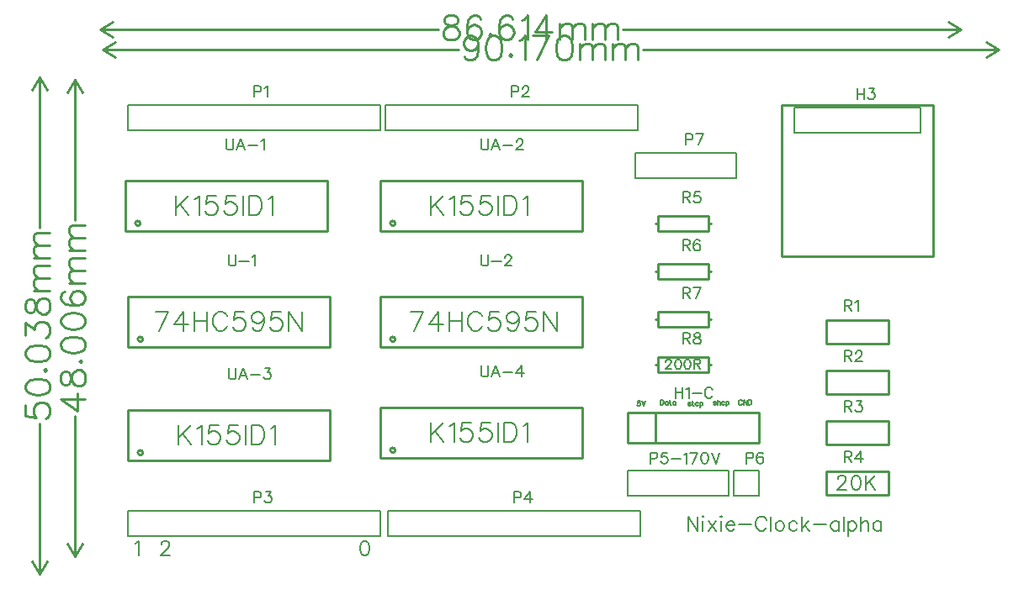
<source format=gto>
G04 ---------------------------- Layer name :TOP SILK LAYER*
G04 EasyEDA v5.8.19, Tue, 23 Oct 2018 04:56:52 GMT*
G04 ff24bd7eb87e4772a3a352ded0ffbd4c*
G04 Gerber Generator version 0.2*
G04 Scale: 100 percent, Rotated: No, Reflected: No *
G04 Dimensions in inches *
G04 leading zeros omitted , absolute positions ,2 integer and 4 decimal *
%FSLAX24Y24*%
%MOIN*%
G90*
G70D02*

%ADD10C,0.010000*%
%ADD20C,0.009000*%
%ADD21C,0.008000*%
%ADD22C,0.007992*%
%ADD23C,0.007000*%

%LPD*%
G54D20*
G01X1000Y13000D02*
G01X9000Y13000D01*
G01X9000Y15000D01*
G01X1000Y15000D01*
G01X1000Y13000D01*
G01X1100Y8400D02*
G01X9100Y8400D01*
G01X9100Y10400D01*
G01X1100Y10400D01*
G01X1100Y8400D01*
G01X11100Y8400D02*
G01X19100Y8400D01*
G01X19100Y10400D01*
G01X11100Y10400D01*
G01X11100Y8400D01*
G01X11100Y4000D02*
G01X19100Y4000D01*
G01X19100Y6000D01*
G01X11100Y6000D01*
G01X11100Y4000D01*
G01X11100Y13000D02*
G01X19100Y13000D01*
G01X19100Y15000D01*
G01X11100Y15000D01*
G01X11100Y13000D01*
G01X1100Y3900D02*
G01X9100Y3900D01*
G01X9100Y5900D01*
G01X1100Y5900D01*
G01X1100Y3900D01*
G54D21*
G01X1850Y18000D02*
G01X1100Y18000D01*
G01X1100Y17000D01*
G01X11100Y17000D01*
G01X11100Y18000D01*
G54D22*
G01X11100Y18000D02*
G01X1850Y18000D01*
G54D21*
G01X12050Y18000D02*
G01X11300Y18000D01*
G01X11300Y17000D01*
G01X21300Y17000D01*
G01X21300Y18000D01*
G54D22*
G01X21300Y18000D02*
G01X12050Y18000D01*
G54D21*
G01X1850Y1900D02*
G01X1100Y1900D01*
G01X1100Y900D01*
G01X11100Y900D01*
G01X11100Y1900D01*
G54D22*
G01X11100Y1900D02*
G01X1850Y1900D01*
G54D21*
G01X12150Y1900D02*
G01X11400Y1900D01*
G01X11400Y900D01*
G01X21400Y900D01*
G01X21400Y1900D01*
G54D22*
G01X21400Y1900D02*
G01X12150Y1900D01*
G54D21*
G01X26100Y2500D02*
G01X25100Y2500D01*
G01X25100Y3500D01*
G01X26100Y3500D01*
G01X26100Y2750D01*
G54D22*
G01X26100Y2500D02*
G01X26100Y2750D01*
G54D10*
G01X22100Y13600D02*
G01X24100Y13600D01*
G01X24100Y13600D02*
G01X24100Y13300D01*
G01X24100Y13300D02*
G01X24100Y13000D01*
G01X24100Y13000D02*
G01X22100Y13000D01*
G01X22100Y13000D02*
G01X22100Y13300D01*
G01X22100Y13300D02*
G01X22100Y13600D01*
G01X24100Y13300D02*
G01X24200Y13300D01*
G01X22100Y13300D02*
G01X22000Y13300D01*
G01X22100Y11700D02*
G01X24100Y11700D01*
G01X24100Y11700D02*
G01X24100Y11400D01*
G01X24100Y11400D02*
G01X24100Y11100D01*
G01X24100Y11100D02*
G01X22100Y11100D01*
G01X22100Y11100D02*
G01X22100Y11400D01*
G01X22100Y11400D02*
G01X22100Y11700D01*
G01X24100Y11400D02*
G01X24200Y11400D01*
G01X22100Y11400D02*
G01X22000Y11400D01*
G01X22100Y9800D02*
G01X24100Y9800D01*
G01X24100Y9800D02*
G01X24100Y9500D01*
G01X24100Y9500D02*
G01X24100Y9200D01*
G01X24100Y9200D02*
G01X22100Y9200D01*
G01X22100Y9200D02*
G01X22100Y9500D01*
G01X22100Y9500D02*
G01X22100Y9800D01*
G01X24100Y9500D02*
G01X24200Y9500D01*
G01X22100Y9500D02*
G01X22000Y9500D01*
G01X22100Y8000D02*
G01X24100Y8000D01*
G01X24100Y8000D02*
G01X24100Y7700D01*
G01X24100Y7700D02*
G01X24100Y7400D01*
G01X24100Y7400D02*
G01X22100Y7400D01*
G01X22100Y7400D02*
G01X22100Y7700D01*
G01X22100Y7700D02*
G01X22100Y8000D01*
G01X24100Y7700D02*
G01X24200Y7700D01*
G01X22100Y7700D02*
G01X22000Y7700D01*
G01X28760Y8530D02*
G01X28760Y9469D01*
G01X28760Y9469D02*
G01X31239Y9469D01*
G01X31239Y9469D02*
G01X31239Y8530D01*
G01X31239Y8530D02*
G01X28760Y8530D01*
G01X28760Y6530D02*
G01X28760Y7469D01*
G01X28760Y7469D02*
G01X31239Y7469D01*
G01X31239Y7469D02*
G01X31239Y6530D01*
G01X31239Y6530D02*
G01X28760Y6530D01*
G01X28760Y4530D02*
G01X28760Y5469D01*
G01X28760Y5469D02*
G01X31239Y5469D01*
G01X31239Y5469D02*
G01X31239Y4530D01*
G01X31239Y4530D02*
G01X28760Y4530D01*
G01X28760Y2530D02*
G01X28760Y3469D01*
G01X28760Y3469D02*
G01X31239Y3469D01*
G01X31239Y3469D02*
G01X31239Y2530D01*
G01X31239Y2530D02*
G01X28760Y2530D01*
G01X20900Y5800D02*
G01X26100Y5800D01*
G01X26100Y4600D01*
G01X20900Y4600D01*
G01X20900Y5800D01*
G01X22000Y5800D02*
G01X22000Y4600D01*
G54D21*
G01X24900Y3500D02*
G01X24900Y2500D01*
G01X20900Y2500D01*
G01X20900Y3500D01*
G01X21650Y3500D01*
G54D22*
G01X24900Y3500D02*
G01X21650Y3500D01*
G54D21*
G01X25200Y16100D02*
G01X25200Y15100D01*
G01X21200Y15100D01*
G01X21200Y16100D01*
G01X21950Y16100D01*
G54D22*
G01X25200Y16100D02*
G01X21950Y16100D01*
G54D21*
G01X28250Y17900D02*
G01X27500Y17900D01*
G01X27500Y16900D01*
G01X32500Y16900D01*
G01X32500Y17900D01*
G54D22*
G01X32500Y17900D02*
G01X28250Y17900D01*
G54D10*
G01X27000Y18000D02*
G01X33000Y18000D01*
G01X33000Y12000D01*
G01X27000Y12000D01*
G01X27000Y18000D01*
G54D23*
G01X5000Y16644D02*
G01X5000Y16338D01*
G01X5019Y16276D01*
G01X5060Y16236D01*
G01X5122Y16215D01*
G01X5164Y16215D01*
G01X5225Y16236D01*
G01X5265Y16276D01*
G01X5285Y16338D01*
G01X5285Y16644D01*
G01X5585Y16644D02*
G01X5421Y16215D01*
G01X5585Y16644D02*
G01X5748Y16215D01*
G01X5482Y16359D02*
G01X5686Y16359D01*
G01X5884Y16400D02*
G01X6252Y16400D01*
G01X6386Y16563D02*
G01X6427Y16584D01*
G01X6489Y16644D01*
G01X6489Y16215D01*
G01X5100Y12044D02*
G01X5100Y11738D01*
G01X5119Y11676D01*
G01X5160Y11636D01*
G01X5222Y11615D01*
G01X5264Y11615D01*
G01X5325Y11636D01*
G01X5365Y11676D01*
G01X5385Y11738D01*
G01X5385Y12044D01*
G01X5521Y11800D02*
G01X5889Y11800D01*
G01X6025Y11963D02*
G01X6064Y11984D01*
G01X6127Y12044D01*
G01X6127Y11615D01*
G01X15100Y12044D02*
G01X15100Y11738D01*
G01X15119Y11676D01*
G01X15160Y11636D01*
G01X15222Y11615D01*
G01X15264Y11615D01*
G01X15325Y11636D01*
G01X15365Y11676D01*
G01X15385Y11738D01*
G01X15385Y12044D01*
G01X15521Y11800D02*
G01X15889Y11800D01*
G01X16044Y11942D02*
G01X16044Y11963D01*
G01X16064Y12005D01*
G01X16085Y12025D01*
G01X16127Y12044D01*
G01X16209Y12044D01*
G01X16250Y12025D01*
G01X16269Y12005D01*
G01X16289Y11963D01*
G01X16289Y11923D01*
G01X16269Y11882D01*
G01X16228Y11819D01*
G01X16025Y11615D01*
G01X16310Y11615D01*
G01X15100Y7644D02*
G01X15100Y7338D01*
G01X15119Y7276D01*
G01X15160Y7236D01*
G01X15222Y7215D01*
G01X15264Y7215D01*
G01X15325Y7236D01*
G01X15365Y7276D01*
G01X15385Y7338D01*
G01X15385Y7644D01*
G01X15685Y7644D02*
G01X15521Y7215D01*
G01X15685Y7644D02*
G01X15848Y7215D01*
G01X15582Y7359D02*
G01X15786Y7359D01*
G01X15984Y7400D02*
G01X16352Y7400D01*
G01X16690Y7644D02*
G01X16486Y7359D01*
G01X16793Y7359D01*
G01X16690Y7644D02*
G01X16690Y7215D01*
G01X15100Y16644D02*
G01X15100Y16338D01*
G01X15119Y16276D01*
G01X15160Y16236D01*
G01X15222Y16215D01*
G01X15264Y16215D01*
G01X15325Y16236D01*
G01X15365Y16276D01*
G01X15385Y16338D01*
G01X15385Y16644D01*
G01X15685Y16644D02*
G01X15521Y16215D01*
G01X15685Y16644D02*
G01X15848Y16215D01*
G01X15582Y16359D02*
G01X15786Y16359D01*
G01X15984Y16400D02*
G01X16352Y16400D01*
G01X16506Y16542D02*
G01X16506Y16563D01*
G01X16527Y16605D01*
G01X16547Y16625D01*
G01X16589Y16644D01*
G01X16671Y16644D01*
G01X16711Y16625D01*
G01X16731Y16605D01*
G01X16752Y16563D01*
G01X16752Y16523D01*
G01X16731Y16482D01*
G01X16690Y16419D01*
G01X16486Y16215D01*
G01X16772Y16215D01*
G01X5100Y7544D02*
G01X5100Y7238D01*
G01X5119Y7176D01*
G01X5160Y7136D01*
G01X5222Y7115D01*
G01X5264Y7115D01*
G01X5325Y7136D01*
G01X5365Y7176D01*
G01X5385Y7238D01*
G01X5385Y7544D01*
G01X5685Y7544D02*
G01X5521Y7115D01*
G01X5685Y7544D02*
G01X5848Y7115D01*
G01X5582Y7259D02*
G01X5786Y7259D01*
G01X5984Y7300D02*
G01X6352Y7300D01*
G01X6527Y7544D02*
G01X6752Y7544D01*
G01X6630Y7382D01*
G01X6690Y7382D01*
G01X6731Y7361D01*
G01X6752Y7340D01*
G01X6772Y7280D01*
G01X6772Y7238D01*
G01X6752Y7176D01*
G01X6711Y7136D01*
G01X6650Y7115D01*
G01X6589Y7115D01*
G01X6527Y7136D01*
G01X6506Y7157D01*
G01X6486Y7198D01*
G01X6100Y18744D02*
G01X6100Y18315D01*
G01X6100Y18744D02*
G01X6284Y18744D01*
G01X6344Y18725D01*
G01X6365Y18705D01*
G01X6385Y18663D01*
G01X6385Y18602D01*
G01X6365Y18561D01*
G01X6344Y18540D01*
G01X6284Y18519D01*
G01X6100Y18519D01*
G01X6521Y18663D02*
G01X6561Y18684D01*
G01X6623Y18744D01*
G01X6623Y18315D01*
G01X16300Y18744D02*
G01X16300Y18315D01*
G01X16300Y18744D02*
G01X16484Y18744D01*
G01X16544Y18725D01*
G01X16565Y18705D01*
G01X16585Y18663D01*
G01X16585Y18602D01*
G01X16565Y18561D01*
G01X16544Y18540D01*
G01X16484Y18519D01*
G01X16300Y18519D01*
G01X16742Y18642D02*
G01X16742Y18663D01*
G01X16761Y18705D01*
G01X16782Y18725D01*
G01X16823Y18744D01*
G01X16905Y18744D01*
G01X16946Y18725D01*
G01X16967Y18705D01*
G01X16986Y18663D01*
G01X16986Y18623D01*
G01X16967Y18582D01*
G01X16926Y18519D01*
G01X16721Y18315D01*
G01X17007Y18315D01*
G01X6100Y2644D02*
G01X6100Y2215D01*
G01X6100Y2644D02*
G01X6284Y2644D01*
G01X6344Y2625D01*
G01X6365Y2605D01*
G01X6385Y2563D01*
G01X6385Y2501D01*
G01X6365Y2461D01*
G01X6344Y2440D01*
G01X6284Y2419D01*
G01X6100Y2419D01*
G01X6561Y2644D02*
G01X6786Y2644D01*
G01X6664Y2482D01*
G01X6726Y2482D01*
G01X6767Y2461D01*
G01X6786Y2440D01*
G01X6807Y2380D01*
G01X6807Y2338D01*
G01X6786Y2276D01*
G01X6746Y2236D01*
G01X6685Y2215D01*
G01X6623Y2215D01*
G01X6561Y2236D01*
G01X6542Y2257D01*
G01X6521Y2298D01*
G01X16400Y2644D02*
G01X16400Y2215D01*
G01X16400Y2644D02*
G01X16584Y2644D01*
G01X16644Y2625D01*
G01X16665Y2605D01*
G01X16685Y2563D01*
G01X16685Y2501D01*
G01X16665Y2461D01*
G01X16644Y2440D01*
G01X16584Y2419D01*
G01X16400Y2419D01*
G01X17026Y2644D02*
G01X16821Y2359D01*
G01X17127Y2359D01*
G01X17026Y2644D02*
G01X17026Y2215D01*
G01X25600Y4205D02*
G01X25600Y3776D01*
G01X25600Y4205D02*
G01X25784Y4205D01*
G01X25844Y4184D01*
G01X25865Y4165D01*
G01X25885Y4123D01*
G01X25885Y4061D01*
G01X25865Y4021D01*
G01X25844Y4001D01*
G01X25784Y3980D01*
G01X25600Y3980D01*
G01X26267Y4144D02*
G01X26246Y4184D01*
G01X26185Y4205D01*
G01X26143Y4205D01*
G01X26082Y4184D01*
G01X26042Y4123D01*
G01X26021Y4021D01*
G01X26021Y3919D01*
G01X26042Y3836D01*
G01X26082Y3796D01*
G01X26143Y3776D01*
G01X26164Y3776D01*
G01X26226Y3796D01*
G01X26267Y3836D01*
G01X26286Y3898D01*
G01X26286Y3919D01*
G01X26267Y3980D01*
G01X26226Y4021D01*
G01X26164Y4042D01*
G01X26143Y4042D01*
G01X26082Y4021D01*
G01X26042Y3980D01*
G01X26021Y3919D01*
G01X23100Y14544D02*
G01X23100Y14115D01*
G01X23100Y14544D02*
G01X23284Y14544D01*
G01X23344Y14525D01*
G01X23365Y14505D01*
G01X23385Y14463D01*
G01X23385Y14423D01*
G01X23365Y14382D01*
G01X23344Y14361D01*
G01X23284Y14340D01*
G01X23100Y14340D01*
G01X23243Y14340D02*
G01X23385Y14115D01*
G01X23767Y14544D02*
G01X23561Y14544D01*
G01X23542Y14361D01*
G01X23561Y14382D01*
G01X23623Y14401D01*
G01X23685Y14401D01*
G01X23746Y14382D01*
G01X23786Y14340D01*
G01X23807Y14280D01*
G01X23807Y14238D01*
G01X23786Y14176D01*
G01X23746Y14136D01*
G01X23685Y14115D01*
G01X23623Y14115D01*
G01X23561Y14136D01*
G01X23542Y14157D01*
G01X23521Y14198D01*
G01X23100Y12644D02*
G01X23100Y12215D01*
G01X23100Y12644D02*
G01X23284Y12644D01*
G01X23344Y12625D01*
G01X23365Y12605D01*
G01X23385Y12563D01*
G01X23385Y12523D01*
G01X23365Y12482D01*
G01X23344Y12461D01*
G01X23284Y12440D01*
G01X23100Y12440D01*
G01X23243Y12440D02*
G01X23385Y12215D01*
G01X23767Y12584D02*
G01X23746Y12625D01*
G01X23685Y12644D01*
G01X23643Y12644D01*
G01X23582Y12625D01*
G01X23542Y12563D01*
G01X23521Y12461D01*
G01X23521Y12359D01*
G01X23542Y12276D01*
G01X23582Y12236D01*
G01X23643Y12215D01*
G01X23664Y12215D01*
G01X23726Y12236D01*
G01X23767Y12276D01*
G01X23786Y12338D01*
G01X23786Y12359D01*
G01X23767Y12419D01*
G01X23726Y12461D01*
G01X23664Y12482D01*
G01X23643Y12482D01*
G01X23582Y12461D01*
G01X23542Y12419D01*
G01X23521Y12359D01*
G01X23100Y10744D02*
G01X23100Y10315D01*
G01X23100Y10744D02*
G01X23284Y10744D01*
G01X23344Y10725D01*
G01X23365Y10705D01*
G01X23385Y10663D01*
G01X23385Y10623D01*
G01X23365Y10582D01*
G01X23344Y10561D01*
G01X23284Y10540D01*
G01X23100Y10540D01*
G01X23243Y10540D02*
G01X23385Y10315D01*
G01X23807Y10744D02*
G01X23602Y10315D01*
G01X23521Y10744D02*
G01X23807Y10744D01*
G01X23100Y8944D02*
G01X23100Y8515D01*
G01X23100Y8944D02*
G01X23284Y8944D01*
G01X23344Y8925D01*
G01X23365Y8905D01*
G01X23385Y8863D01*
G01X23385Y8823D01*
G01X23365Y8782D01*
G01X23344Y8761D01*
G01X23284Y8740D01*
G01X23100Y8740D01*
G01X23243Y8740D02*
G01X23385Y8515D01*
G01X23623Y8944D02*
G01X23561Y8925D01*
G01X23542Y8884D01*
G01X23542Y8842D01*
G01X23561Y8801D01*
G01X23602Y8782D01*
G01X23685Y8761D01*
G01X23746Y8740D01*
G01X23786Y8700D01*
G01X23807Y8659D01*
G01X23807Y8598D01*
G01X23786Y8557D01*
G01X23767Y8536D01*
G01X23705Y8515D01*
G01X23623Y8515D01*
G01X23561Y8536D01*
G01X23542Y8557D01*
G01X23521Y8598D01*
G01X23521Y8659D01*
G01X23542Y8700D01*
G01X23582Y8740D01*
G01X23643Y8761D01*
G01X23726Y8782D01*
G01X23767Y8801D01*
G01X23786Y8842D01*
G01X23786Y8884D01*
G01X23767Y8925D01*
G01X23705Y8944D01*
G01X23623Y8944D01*
G01X29500Y10244D02*
G01X29500Y9815D01*
G01X29500Y10244D02*
G01X29684Y10244D01*
G01X29744Y10225D01*
G01X29765Y10205D01*
G01X29785Y10163D01*
G01X29785Y10123D01*
G01X29765Y10082D01*
G01X29744Y10061D01*
G01X29684Y10040D01*
G01X29500Y10040D01*
G01X29643Y10040D02*
G01X29785Y9815D01*
G01X29921Y10163D02*
G01X29961Y10184D01*
G01X30023Y10244D01*
G01X30023Y9815D01*
G01X29500Y8244D02*
G01X29500Y7815D01*
G01X29500Y8244D02*
G01X29684Y8244D01*
G01X29744Y8225D01*
G01X29765Y8205D01*
G01X29785Y8163D01*
G01X29785Y8123D01*
G01X29765Y8082D01*
G01X29744Y8061D01*
G01X29684Y8040D01*
G01X29500Y8040D01*
G01X29643Y8040D02*
G01X29785Y7815D01*
G01X29942Y8142D02*
G01X29942Y8163D01*
G01X29961Y8205D01*
G01X29982Y8225D01*
G01X30023Y8244D01*
G01X30105Y8244D01*
G01X30146Y8225D01*
G01X30167Y8205D01*
G01X30186Y8163D01*
G01X30186Y8123D01*
G01X30167Y8082D01*
G01X30126Y8019D01*
G01X29921Y7815D01*
G01X30207Y7815D01*
G01X29500Y6244D02*
G01X29500Y5815D01*
G01X29500Y6244D02*
G01X29684Y6244D01*
G01X29744Y6225D01*
G01X29765Y6205D01*
G01X29785Y6163D01*
G01X29785Y6123D01*
G01X29765Y6082D01*
G01X29744Y6061D01*
G01X29684Y6040D01*
G01X29500Y6040D01*
G01X29643Y6040D02*
G01X29785Y5815D01*
G01X29961Y6244D02*
G01X30186Y6244D01*
G01X30064Y6082D01*
G01X30126Y6082D01*
G01X30167Y6061D01*
G01X30186Y6040D01*
G01X30207Y5980D01*
G01X30207Y5938D01*
G01X30186Y5876D01*
G01X30146Y5836D01*
G01X30085Y5815D01*
G01X30023Y5815D01*
G01X29961Y5836D01*
G01X29942Y5857D01*
G01X29921Y5898D01*
G01X29500Y4244D02*
G01X29500Y3815D01*
G01X29500Y4244D02*
G01X29684Y4244D01*
G01X29744Y4225D01*
G01X29765Y4205D01*
G01X29785Y4163D01*
G01X29785Y4123D01*
G01X29765Y4082D01*
G01X29744Y4061D01*
G01X29684Y4040D01*
G01X29500Y4040D01*
G01X29643Y4040D02*
G01X29785Y3815D01*
G01X30126Y4244D02*
G01X29921Y3959D01*
G01X30227Y3959D01*
G01X30126Y4244D02*
G01X30126Y3815D01*
G01X22800Y6800D02*
G01X22800Y6371D01*
G01X23085Y6800D02*
G01X23085Y6371D01*
G01X22800Y6596D02*
G01X23085Y6596D01*
G01X23221Y6719D02*
G01X23261Y6738D01*
G01X23323Y6800D01*
G01X23323Y6371D01*
G01X23459Y6555D02*
G01X23827Y6555D01*
G01X24268Y6698D02*
G01X24247Y6738D01*
G01X24206Y6780D01*
G01X24165Y6800D01*
G01X24085Y6800D01*
G01X24043Y6780D01*
G01X24002Y6738D01*
G01X23981Y6698D01*
G01X23961Y6636D01*
G01X23961Y6534D01*
G01X23981Y6473D01*
G01X24002Y6432D01*
G01X24043Y6390D01*
G01X24085Y6371D01*
G01X24165Y6371D01*
G01X24206Y6390D01*
G01X24247Y6432D01*
G01X24268Y6473D01*
G01X21800Y4200D02*
G01X21800Y3771D01*
G01X21800Y4200D02*
G01X21984Y4200D01*
G01X22044Y4180D01*
G01X22065Y4159D01*
G01X22085Y4119D01*
G01X22085Y4057D01*
G01X22065Y4015D01*
G01X22044Y3996D01*
G01X21984Y3975D01*
G01X21800Y3975D01*
G01X22467Y4200D02*
G01X22261Y4200D01*
G01X22242Y4015D01*
G01X22261Y4036D01*
G01X22323Y4057D01*
G01X22385Y4057D01*
G01X22446Y4036D01*
G01X22486Y3996D01*
G01X22507Y3934D01*
G01X22507Y3894D01*
G01X22486Y3832D01*
G01X22446Y3790D01*
G01X22385Y3771D01*
G01X22323Y3771D01*
G01X22261Y3790D01*
G01X22242Y3811D01*
G01X22221Y3853D01*
G01X22643Y3955D02*
G01X23010Y3955D01*
G01X23146Y4119D02*
G01X23186Y4138D01*
G01X23247Y4200D01*
G01X23247Y3771D01*
G01X23669Y4200D02*
G01X23464Y3771D01*
G01X23382Y4200D02*
G01X23669Y4200D01*
G01X23927Y4200D02*
G01X23865Y4180D01*
G01X23825Y4119D01*
G01X23805Y4015D01*
G01X23805Y3955D01*
G01X23825Y3853D01*
G01X23865Y3790D01*
G01X23927Y3771D01*
G01X23968Y3771D01*
G01X24030Y3790D01*
G01X24069Y3853D01*
G01X24090Y3955D01*
G01X24090Y4015D01*
G01X24069Y4119D01*
G01X24030Y4180D01*
G01X23968Y4200D01*
G01X23927Y4200D01*
G01X24226Y4200D02*
G01X24389Y3771D01*
G01X24552Y4200D02*
G01X24389Y3771D01*
G01X23200Y16844D02*
G01X23200Y16415D01*
G01X23200Y16844D02*
G01X23384Y16844D01*
G01X23444Y16825D01*
G01X23465Y16805D01*
G01X23485Y16763D01*
G01X23485Y16702D01*
G01X23465Y16661D01*
G01X23444Y16640D01*
G01X23384Y16619D01*
G01X23200Y16619D01*
G01X23907Y16844D02*
G01X23702Y16415D01*
G01X23621Y16844D02*
G01X23907Y16844D01*
G01X30000Y18644D02*
G01X30000Y18215D01*
G01X30285Y18644D02*
G01X30285Y18215D01*
G01X30000Y18440D02*
G01X30285Y18440D01*
G01X30461Y18644D02*
G01X30686Y18644D01*
G01X30564Y18482D01*
G01X30626Y18482D01*
G01X30667Y18461D01*
G01X30686Y18440D01*
G01X30707Y18380D01*
G01X30707Y18338D01*
G01X30686Y18277D01*
G01X30646Y18236D01*
G01X30585Y18215D01*
G01X30523Y18215D01*
G01X30461Y18236D01*
G01X30442Y18257D01*
G01X30421Y18298D01*
G54D21*
G01X23299Y1671D02*
G01X23299Y1100D01*
G01X23299Y1671D02*
G01X23681Y1100D01*
G01X23681Y1671D02*
G01X23681Y1100D01*
G01X23861Y1671D02*
G01X23888Y1644D01*
G01X23915Y1671D01*
G01X23888Y1700D01*
G01X23861Y1671D01*
G01X23888Y1480D02*
G01X23888Y1100D01*
G01X24095Y1480D02*
G01X24395Y1100D01*
G01X24395Y1480D02*
G01X24095Y1100D01*
G01X24575Y1671D02*
G01X24603Y1644D01*
G01X24630Y1671D01*
G01X24603Y1700D01*
G01X24575Y1671D01*
G01X24603Y1480D02*
G01X24603Y1100D01*
G01X24810Y1317D02*
G01X25137Y1317D01*
G01X25137Y1371D01*
G01X25110Y1426D01*
G01X25083Y1453D01*
G01X25028Y1480D01*
G01X24946Y1480D01*
G01X24892Y1453D01*
G01X24837Y1400D01*
G01X24810Y1317D01*
G01X24810Y1263D01*
G01X24837Y1180D01*
G01X24892Y1126D01*
G01X24946Y1100D01*
G01X25028Y1100D01*
G01X25083Y1126D01*
G01X25137Y1180D01*
G01X25317Y1344D02*
G01X25808Y1344D01*
G01X26397Y1536D02*
G01X26370Y1590D01*
G01X26315Y1644D01*
G01X26261Y1671D01*
G01X26152Y1671D01*
G01X26097Y1644D01*
G01X26043Y1590D01*
G01X26015Y1536D01*
G01X25988Y1453D01*
G01X25988Y1317D01*
G01X26015Y1236D01*
G01X26043Y1180D01*
G01X26097Y1126D01*
G01X26152Y1100D01*
G01X26261Y1100D01*
G01X26315Y1126D01*
G01X26370Y1180D01*
G01X26397Y1236D01*
G01X26577Y1671D02*
G01X26577Y1100D01*
G01X26894Y1480D02*
G01X26839Y1453D01*
G01X26784Y1400D01*
G01X26757Y1317D01*
G01X26757Y1263D01*
G01X26784Y1180D01*
G01X26839Y1126D01*
G01X26894Y1100D01*
G01X26975Y1100D01*
G01X27030Y1126D01*
G01X27084Y1180D01*
G01X27112Y1263D01*
G01X27112Y1317D01*
G01X27084Y1400D01*
G01X27030Y1453D01*
G01X26975Y1480D01*
G01X26894Y1480D01*
G01X27619Y1400D02*
G01X27564Y1453D01*
G01X27510Y1480D01*
G01X27428Y1480D01*
G01X27374Y1453D01*
G01X27319Y1400D01*
G01X27292Y1317D01*
G01X27292Y1263D01*
G01X27319Y1180D01*
G01X27374Y1126D01*
G01X27428Y1100D01*
G01X27510Y1100D01*
G01X27564Y1126D01*
G01X27619Y1180D01*
G01X27799Y1671D02*
G01X27799Y1100D01*
G01X28072Y1480D02*
G01X27799Y1209D01*
G01X27908Y1317D02*
G01X28099Y1100D01*
G01X28279Y1344D02*
G01X28770Y1344D01*
G01X29277Y1480D02*
G01X29277Y1100D01*
G01X29277Y1400D02*
G01X29223Y1453D01*
G01X29168Y1480D01*
G01X29086Y1480D01*
G01X29032Y1453D01*
G01X28977Y1400D01*
G01X28950Y1317D01*
G01X28950Y1263D01*
G01X28977Y1180D01*
G01X29032Y1126D01*
G01X29086Y1100D01*
G01X29168Y1100D01*
G01X29223Y1126D01*
G01X29277Y1180D01*
G01X29457Y1671D02*
G01X29457Y1100D01*
G01X29637Y1480D02*
G01X29637Y909D01*
G01X29637Y1400D02*
G01X29692Y1453D01*
G01X29746Y1480D01*
G01X29828Y1480D01*
G01X29883Y1453D01*
G01X29937Y1400D01*
G01X29964Y1317D01*
G01X29964Y1263D01*
G01X29937Y1180D01*
G01X29883Y1126D01*
G01X29828Y1100D01*
G01X29746Y1100D01*
G01X29692Y1126D01*
G01X29637Y1180D01*
G01X30144Y1671D02*
G01X30144Y1100D01*
G01X30144Y1371D02*
G01X30226Y1453D01*
G01X30281Y1480D01*
G01X30363Y1480D01*
G01X30417Y1453D01*
G01X30444Y1371D01*
G01X30444Y1100D01*
G01X30952Y1480D02*
G01X30952Y1100D01*
G01X30952Y1400D02*
G01X30897Y1453D01*
G01X30843Y1480D01*
G01X30761Y1480D01*
G01X30706Y1453D01*
G01X30652Y1400D01*
G01X30624Y1317D01*
G01X30624Y1263D01*
G01X30652Y1180D01*
G01X30706Y1126D01*
G01X30761Y1100D01*
G01X30843Y1100D01*
G01X30897Y1126D01*
G01X30952Y1180D01*
G01X22418Y7809D02*
G01X22418Y7827D01*
G01X22435Y7864D01*
G01X22455Y7882D01*
G01X22490Y7900D01*
G01X22564Y7900D01*
G01X22600Y7882D01*
G01X22618Y7864D01*
G01X22635Y7827D01*
G01X22635Y7791D01*
G01X22618Y7755D01*
G01X22581Y7700D01*
G01X22400Y7518D01*
G01X22655Y7518D01*
G01X22884Y7900D02*
G01X22828Y7882D01*
G01X22793Y7827D01*
G01X22775Y7737D01*
G01X22775Y7682D01*
G01X22793Y7591D01*
G01X22828Y7537D01*
G01X22884Y7518D01*
G01X22919Y7518D01*
G01X22975Y7537D01*
G01X23010Y7591D01*
G01X23028Y7682D01*
G01X23028Y7737D01*
G01X23010Y7827D01*
G01X22975Y7882D01*
G01X22919Y7900D01*
G01X22884Y7900D01*
G01X23257Y7900D02*
G01X23203Y7882D01*
G01X23167Y7827D01*
G01X23148Y7737D01*
G01X23148Y7682D01*
G01X23167Y7591D01*
G01X23203Y7537D01*
G01X23257Y7518D01*
G01X23294Y7518D01*
G01X23348Y7537D01*
G01X23385Y7591D01*
G01X23403Y7682D01*
G01X23403Y7737D01*
G01X23385Y7827D01*
G01X23348Y7882D01*
G01X23294Y7900D01*
G01X23257Y7900D01*
G01X23523Y7900D02*
G01X23523Y7518D01*
G01X23523Y7900D02*
G01X23686Y7900D01*
G01X23742Y7882D01*
G01X23760Y7864D01*
G01X23777Y7827D01*
G01X23777Y7791D01*
G01X23760Y7755D01*
G01X23742Y7737D01*
G01X23686Y7718D01*
G01X23523Y7718D01*
G01X23651Y7718D02*
G01X23777Y7518D01*
G01X25436Y6255D02*
G01X25427Y6273D01*
G01X25409Y6290D01*
G01X25391Y6300D01*
G01X25355Y6300D01*
G01X25336Y6290D01*
G01X25318Y6273D01*
G01X25309Y6255D01*
G01X25300Y6226D01*
G01X25300Y6182D01*
G01X25309Y6155D01*
G01X25318Y6136D01*
G01X25336Y6117D01*
G01X25355Y6109D01*
G01X25391Y6109D01*
G01X25409Y6117D01*
G01X25427Y6136D01*
G01X25436Y6155D01*
G01X25496Y6300D02*
G01X25496Y6109D01*
G01X25496Y6300D02*
G01X25624Y6109D01*
G01X25624Y6300D02*
G01X25624Y6109D01*
G01X25684Y6300D02*
G01X25684Y6109D01*
G01X25684Y6300D02*
G01X25747Y6300D01*
G01X25775Y6290D01*
G01X25793Y6273D01*
G01X25802Y6255D01*
G01X25811Y6226D01*
G01X25811Y6182D01*
G01X25802Y6155D01*
G01X25793Y6136D01*
G01X25775Y6117D01*
G01X25747Y6109D01*
G01X25684Y6109D01*
G01X29227Y3163D02*
G01X29227Y3190D01*
G01X29255Y3246D01*
G01X29281Y3273D01*
G01X29335Y3300D01*
G01X29444Y3300D01*
G01X29500Y3273D01*
G01X29527Y3246D01*
G01X29555Y3190D01*
G01X29555Y3136D01*
G01X29527Y3082D01*
G01X29472Y3000D01*
G01X29200Y2728D01*
G01X29581Y2728D01*
G01X29925Y3300D02*
G01X29843Y3273D01*
G01X29789Y3190D01*
G01X29761Y3055D01*
G01X29761Y2973D01*
G01X29789Y2836D01*
G01X29843Y2755D01*
G01X29925Y2728D01*
G01X29980Y2728D01*
G01X30061Y2755D01*
G01X30115Y2836D01*
G01X30143Y2973D01*
G01X30143Y3055D01*
G01X30115Y3190D01*
G01X30061Y3273D01*
G01X29980Y3300D01*
G01X29925Y3300D01*
G01X30323Y3300D02*
G01X30323Y2728D01*
G01X30705Y3300D02*
G01X30323Y2917D01*
G01X30460Y3055D02*
G01X30705Y2728D01*
G01X2426Y564D02*
G01X2426Y591D01*
G01X2455Y646D01*
G01X2482Y673D01*
G01X2536Y700D01*
G01X2644Y700D01*
G01X2700Y673D01*
G01X2726Y646D01*
G01X2755Y591D01*
G01X2755Y537D01*
G01X2726Y482D01*
G01X2673Y400D01*
G01X2400Y128D01*
G01X2782Y128D01*
G01X1400Y590D02*
G01X1455Y617D01*
G01X1536Y700D01*
G01X1536Y128D01*
G01X10464Y690D02*
G01X10381Y663D01*
G01X10327Y582D01*
G01X10300Y446D01*
G01X10300Y363D01*
G01X10327Y228D01*
G01X10381Y146D01*
G01X10464Y119D01*
G01X10518Y119D01*
G01X10600Y146D01*
G01X10655Y228D01*
G01X10681Y363D01*
G01X10681Y446D01*
G01X10655Y582D01*
G01X10600Y663D01*
G01X10518Y690D01*
G01X10464Y690D01*
G01X12809Y9799D02*
G01X12444Y9036D01*
G01X12300Y9799D02*
G01X12809Y9799D01*
G01X13413Y9799D02*
G01X13048Y9290D01*
G01X13594Y9290D01*
G01X13413Y9799D02*
G01X13413Y9036D01*
G01X13835Y9799D02*
G01X13835Y9036D01*
G01X14343Y9799D02*
G01X14343Y9036D01*
G01X13835Y9436D02*
G01X14343Y9436D01*
G01X15128Y9618D02*
G01X15093Y9690D01*
G01X15019Y9763D01*
G01X14947Y9799D01*
G01X14802Y9799D01*
G01X14728Y9763D01*
G01X14656Y9690D01*
G01X14619Y9618D01*
G01X14584Y9508D01*
G01X14584Y9327D01*
G01X14619Y9218D01*
G01X14656Y9145D01*
G01X14728Y9072D01*
G01X14802Y9036D01*
G01X14947Y9036D01*
G01X15019Y9072D01*
G01X15093Y9145D01*
G01X15128Y9218D01*
G01X15805Y9799D02*
G01X15442Y9799D01*
G01X15405Y9472D01*
G01X15442Y9508D01*
G01X15551Y9545D01*
G01X15660Y9545D01*
G01X15768Y9508D01*
G01X15842Y9436D01*
G01X15877Y9327D01*
G01X15877Y9254D01*
G01X15842Y9145D01*
G01X15768Y9072D01*
G01X15660Y9036D01*
G01X15551Y9036D01*
G01X15442Y9072D01*
G01X15405Y9108D01*
G01X15368Y9181D01*
G01X16590Y9545D02*
G01X16555Y9436D01*
G01X16481Y9363D01*
G01X16372Y9327D01*
G01X16335Y9327D01*
G01X16227Y9363D01*
G01X16155Y9436D01*
G01X16118Y9545D01*
G01X16118Y9581D01*
G01X16155Y9690D01*
G01X16227Y9763D01*
G01X16335Y9799D01*
G01X16372Y9799D01*
G01X16481Y9763D01*
G01X16555Y9690D01*
G01X16590Y9545D01*
G01X16590Y9363D01*
G01X16555Y9181D01*
G01X16481Y9072D01*
G01X16372Y9036D01*
G01X16300Y9036D01*
G01X16190Y9072D01*
G01X16155Y9145D01*
G01X17267Y9799D02*
G01X16903Y9799D01*
G01X16867Y9472D01*
G01X16903Y9508D01*
G01X17013Y9545D01*
G01X17122Y9545D01*
G01X17231Y9508D01*
G01X17303Y9436D01*
G01X17339Y9327D01*
G01X17339Y9254D01*
G01X17303Y9145D01*
G01X17231Y9072D01*
G01X17122Y9036D01*
G01X17013Y9036D01*
G01X16903Y9072D01*
G01X16867Y9108D01*
G01X16831Y9181D01*
G01X17580Y9799D02*
G01X17580Y9036D01*
G01X17580Y9799D02*
G01X18089Y9036D01*
G01X18089Y9799D02*
G01X18089Y9036D01*
G01X2709Y9799D02*
G01X2344Y9036D01*
G01X2200Y9799D02*
G01X2709Y9799D01*
G01X3313Y9799D02*
G01X2948Y9290D01*
G01X3494Y9290D01*
G01X3313Y9799D02*
G01X3313Y9036D01*
G01X3735Y9799D02*
G01X3735Y9036D01*
G01X4243Y9799D02*
G01X4243Y9036D01*
G01X3735Y9436D02*
G01X4243Y9436D01*
G01X5028Y9618D02*
G01X4993Y9690D01*
G01X4919Y9763D01*
G01X4847Y9799D01*
G01X4702Y9799D01*
G01X4628Y9763D01*
G01X4556Y9690D01*
G01X4519Y9618D01*
G01X4484Y9508D01*
G01X4484Y9327D01*
G01X4519Y9218D01*
G01X4556Y9145D01*
G01X4628Y9072D01*
G01X4702Y9036D01*
G01X4847Y9036D01*
G01X4919Y9072D01*
G01X4993Y9145D01*
G01X5028Y9218D01*
G01X5705Y9799D02*
G01X5342Y9799D01*
G01X5305Y9472D01*
G01X5342Y9508D01*
G01X5451Y9545D01*
G01X5560Y9545D01*
G01X5668Y9508D01*
G01X5742Y9436D01*
G01X5777Y9327D01*
G01X5777Y9254D01*
G01X5742Y9145D01*
G01X5668Y9072D01*
G01X5560Y9036D01*
G01X5451Y9036D01*
G01X5342Y9072D01*
G01X5305Y9108D01*
G01X5268Y9181D01*
G01X6490Y9545D02*
G01X6455Y9436D01*
G01X6381Y9363D01*
G01X6272Y9327D01*
G01X6235Y9327D01*
G01X6127Y9363D01*
G01X6055Y9436D01*
G01X6018Y9545D01*
G01X6018Y9581D01*
G01X6055Y9690D01*
G01X6127Y9763D01*
G01X6235Y9799D01*
G01X6272Y9799D01*
G01X6381Y9763D01*
G01X6455Y9690D01*
G01X6490Y9545D01*
G01X6490Y9363D01*
G01X6455Y9181D01*
G01X6381Y9072D01*
G01X6272Y9036D01*
G01X6200Y9036D01*
G01X6090Y9072D01*
G01X6055Y9145D01*
G01X7167Y9799D02*
G01X6803Y9799D01*
G01X6767Y9472D01*
G01X6803Y9508D01*
G01X6913Y9545D01*
G01X7022Y9545D01*
G01X7131Y9508D01*
G01X7203Y9436D01*
G01X7239Y9327D01*
G01X7239Y9254D01*
G01X7203Y9145D01*
G01X7131Y9072D01*
G01X7022Y9036D01*
G01X6913Y9036D01*
G01X6803Y9072D01*
G01X6767Y9108D01*
G01X6731Y9181D01*
G01X7480Y9799D02*
G01X7480Y9036D01*
G01X7480Y9799D02*
G01X7989Y9036D01*
G01X7989Y9799D02*
G01X7989Y9036D01*
G01X13100Y5400D02*
G01X13100Y4636D01*
G01X13609Y5400D02*
G01X13100Y4890D01*
G01X13281Y5073D02*
G01X13609Y4636D01*
G01X13848Y5255D02*
G01X13922Y5290D01*
G01X14031Y5400D01*
G01X14031Y4636D01*
G01X14706Y5400D02*
G01X14343Y5400D01*
G01X14306Y5073D01*
G01X14343Y5109D01*
G01X14452Y5146D01*
G01X14561Y5146D01*
G01X14671Y5109D01*
G01X14743Y5036D01*
G01X14780Y4928D01*
G01X14780Y4855D01*
G01X14743Y4746D01*
G01X14671Y4673D01*
G01X14561Y4636D01*
G01X14452Y4636D01*
G01X14343Y4673D01*
G01X14306Y4709D01*
G01X14271Y4782D01*
G01X15456Y5400D02*
G01X15093Y5400D01*
G01X15056Y5073D01*
G01X15093Y5109D01*
G01X15202Y5146D01*
G01X15310Y5146D01*
G01X15419Y5109D01*
G01X15493Y5036D01*
G01X15528Y4928D01*
G01X15528Y4855D01*
G01X15493Y4746D01*
G01X15419Y4673D01*
G01X15310Y4636D01*
G01X15202Y4636D01*
G01X15093Y4673D01*
G01X15056Y4709D01*
G01X15019Y4782D01*
G01X15768Y5400D02*
G01X15768Y4636D01*
G01X16009Y5400D02*
G01X16009Y4636D01*
G01X16009Y5400D02*
G01X16264Y5400D01*
G01X16372Y5363D01*
G01X16444Y5290D01*
G01X16481Y5219D01*
G01X16518Y5109D01*
G01X16518Y4928D01*
G01X16481Y4819D01*
G01X16444Y4746D01*
G01X16372Y4673D01*
G01X16264Y4636D01*
G01X16009Y4636D01*
G01X16757Y5255D02*
G01X16831Y5290D01*
G01X16939Y5400D01*
G01X16939Y4636D01*
G01X3100Y5300D02*
G01X3100Y4536D01*
G01X3609Y5300D02*
G01X3100Y4790D01*
G01X3282Y4973D02*
G01X3609Y4536D01*
G01X3848Y5155D02*
G01X3922Y5190D01*
G01X4031Y5300D01*
G01X4031Y4536D01*
G01X4706Y5300D02*
G01X4343Y5300D01*
G01X4306Y4973D01*
G01X4343Y5009D01*
G01X4452Y5046D01*
G01X4561Y5046D01*
G01X4671Y5009D01*
G01X4743Y4936D01*
G01X4780Y4828D01*
G01X4780Y4755D01*
G01X4743Y4646D01*
G01X4671Y4573D01*
G01X4561Y4536D01*
G01X4452Y4536D01*
G01X4343Y4573D01*
G01X4306Y4609D01*
G01X4271Y4682D01*
G01X5456Y5300D02*
G01X5093Y5300D01*
G01X5056Y4973D01*
G01X5093Y5009D01*
G01X5202Y5046D01*
G01X5310Y5046D01*
G01X5419Y5009D01*
G01X5493Y4936D01*
G01X5528Y4828D01*
G01X5528Y4755D01*
G01X5493Y4646D01*
G01X5419Y4573D01*
G01X5310Y4536D01*
G01X5202Y4536D01*
G01X5093Y4573D01*
G01X5056Y4609D01*
G01X5019Y4682D01*
G01X5768Y5300D02*
G01X5768Y4536D01*
G01X6009Y5300D02*
G01X6009Y4536D01*
G01X6009Y5300D02*
G01X6264Y5300D01*
G01X6372Y5263D01*
G01X6444Y5190D01*
G01X6481Y5119D01*
G01X6518Y5009D01*
G01X6518Y4828D01*
G01X6481Y4719D01*
G01X6444Y4646D01*
G01X6372Y4573D01*
G01X6264Y4536D01*
G01X6009Y4536D01*
G01X6757Y5155D02*
G01X6831Y5190D01*
G01X6939Y5300D01*
G01X6939Y4536D01*
G01X13100Y14400D02*
G01X13100Y13636D01*
G01X13609Y14400D02*
G01X13100Y13890D01*
G01X13281Y14073D02*
G01X13609Y13636D01*
G01X13848Y14255D02*
G01X13922Y14290D01*
G01X14031Y14400D01*
G01X14031Y13636D01*
G01X14706Y14400D02*
G01X14343Y14400D01*
G01X14306Y14073D01*
G01X14343Y14109D01*
G01X14452Y14146D01*
G01X14561Y14146D01*
G01X14671Y14109D01*
G01X14743Y14036D01*
G01X14780Y13928D01*
G01X14780Y13855D01*
G01X14743Y13746D01*
G01X14671Y13673D01*
G01X14561Y13636D01*
G01X14452Y13636D01*
G01X14343Y13673D01*
G01X14306Y13709D01*
G01X14271Y13782D01*
G01X15456Y14400D02*
G01X15093Y14400D01*
G01X15056Y14073D01*
G01X15093Y14109D01*
G01X15202Y14146D01*
G01X15310Y14146D01*
G01X15419Y14109D01*
G01X15493Y14036D01*
G01X15528Y13928D01*
G01X15528Y13855D01*
G01X15493Y13746D01*
G01X15419Y13673D01*
G01X15310Y13636D01*
G01X15202Y13636D01*
G01X15093Y13673D01*
G01X15056Y13709D01*
G01X15019Y13782D01*
G01X15768Y14400D02*
G01X15768Y13636D01*
G01X16009Y14400D02*
G01X16009Y13636D01*
G01X16009Y14400D02*
G01X16264Y14400D01*
G01X16372Y14363D01*
G01X16444Y14290D01*
G01X16481Y14219D01*
G01X16518Y14109D01*
G01X16518Y13928D01*
G01X16481Y13819D01*
G01X16444Y13746D01*
G01X16372Y13673D01*
G01X16264Y13636D01*
G01X16009Y13636D01*
G01X16757Y14255D02*
G01X16831Y14290D01*
G01X16939Y14400D01*
G01X16939Y13636D01*
G01X3000Y14400D02*
G01X3000Y13636D01*
G01X3509Y14400D02*
G01X3000Y13890D01*
G01X3182Y14073D02*
G01X3509Y13636D01*
G01X3748Y14255D02*
G01X3822Y14290D01*
G01X3931Y14400D01*
G01X3931Y13636D01*
G01X4606Y14400D02*
G01X4243Y14400D01*
G01X4206Y14073D01*
G01X4243Y14109D01*
G01X4352Y14146D01*
G01X4461Y14146D01*
G01X4571Y14109D01*
G01X4643Y14036D01*
G01X4680Y13928D01*
G01X4680Y13855D01*
G01X4643Y13746D01*
G01X4571Y13673D01*
G01X4461Y13636D01*
G01X4352Y13636D01*
G01X4243Y13673D01*
G01X4206Y13709D01*
G01X4171Y13782D01*
G01X5356Y14400D02*
G01X4993Y14400D01*
G01X4956Y14073D01*
G01X4993Y14109D01*
G01X5102Y14146D01*
G01X5210Y14146D01*
G01X5319Y14109D01*
G01X5393Y14036D01*
G01X5428Y13928D01*
G01X5428Y13855D01*
G01X5393Y13746D01*
G01X5319Y13673D01*
G01X5210Y13636D01*
G01X5102Y13636D01*
G01X4993Y13673D01*
G01X4956Y13709D01*
G01X4919Y13782D01*
G01X5668Y14400D02*
G01X5668Y13636D01*
G01X5909Y14400D02*
G01X5909Y13636D01*
G01X5909Y14400D02*
G01X6164Y14400D01*
G01X6272Y14363D01*
G01X6344Y14290D01*
G01X6381Y14219D01*
G01X6418Y14109D01*
G01X6418Y13928D01*
G01X6381Y13819D01*
G01X6344Y13746D01*
G01X6272Y13673D01*
G01X6164Y13636D01*
G01X5909Y13636D01*
G01X6657Y14255D02*
G01X6731Y14290D01*
G01X6839Y14400D01*
G01X6839Y13636D01*
G01X24400Y6209D02*
G01X24390Y6226D01*
G01X24364Y6236D01*
G01X24335Y6236D01*
G01X24309Y6226D01*
G01X24300Y6209D01*
G01X24309Y6190D01*
G01X24327Y6182D01*
G01X24372Y6173D01*
G01X24390Y6163D01*
G01X24400Y6146D01*
G01X24400Y6136D01*
G01X24390Y6117D01*
G01X24364Y6109D01*
G01X24335Y6109D01*
G01X24309Y6117D01*
G01X24300Y6136D01*
G01X24460Y6300D02*
G01X24460Y6109D01*
G01X24460Y6200D02*
G01X24486Y6226D01*
G01X24505Y6236D01*
G01X24532Y6236D01*
G01X24551Y6226D01*
G01X24560Y6200D01*
G01X24560Y6109D01*
G01X24728Y6209D02*
G01X24710Y6226D01*
G01X24693Y6236D01*
G01X24664Y6236D01*
G01X24647Y6226D01*
G01X24628Y6209D01*
G01X24619Y6182D01*
G01X24619Y6163D01*
G01X24628Y6136D01*
G01X24647Y6117D01*
G01X24664Y6109D01*
G01X24693Y6109D01*
G01X24710Y6117D01*
G01X24728Y6136D01*
G01X24789Y6236D02*
G01X24789Y6046D01*
G01X24789Y6209D02*
G01X24806Y6226D01*
G01X24825Y6236D01*
G01X24852Y6236D01*
G01X24871Y6226D01*
G01X24889Y6209D01*
G01X24897Y6182D01*
G01X24897Y6163D01*
G01X24889Y6136D01*
G01X24871Y6117D01*
G01X24852Y6109D01*
G01X24825Y6109D01*
G01X24806Y6117D01*
G01X24789Y6136D01*
G01X23393Y6169D02*
G01X23385Y6188D01*
G01X23357Y6196D01*
G01X23330Y6196D01*
G01X23302Y6188D01*
G01X23293Y6169D01*
G01X23302Y6151D01*
G01X23321Y6142D01*
G01X23367Y6134D01*
G01X23385Y6125D01*
G01X23393Y6107D01*
G01X23393Y6096D01*
G01X23385Y6078D01*
G01X23357Y6069D01*
G01X23330Y6069D01*
G01X23302Y6078D01*
G01X23293Y6096D01*
G01X23481Y6261D02*
G01X23481Y6107D01*
G01X23489Y6078D01*
G01X23509Y6069D01*
G01X23527Y6069D01*
G01X23453Y6196D02*
G01X23518Y6196D01*
G01X23696Y6169D02*
G01X23677Y6188D01*
G01X23659Y6196D01*
G01X23631Y6196D01*
G01X23614Y6188D01*
G01X23596Y6169D01*
G01X23586Y6142D01*
G01X23586Y6125D01*
G01X23596Y6096D01*
G01X23614Y6078D01*
G01X23631Y6069D01*
G01X23659Y6069D01*
G01X23677Y6078D01*
G01X23696Y6096D01*
G01X23756Y6196D02*
G01X23756Y6007D01*
G01X23756Y6169D02*
G01X23773Y6188D01*
G01X23792Y6196D01*
G01X23818Y6196D01*
G01X23838Y6188D01*
G01X23856Y6169D01*
G01X23864Y6142D01*
G01X23864Y6125D01*
G01X23856Y6096D01*
G01X23838Y6078D01*
G01X23818Y6069D01*
G01X23792Y6069D01*
G01X23773Y6078D01*
G01X23756Y6096D01*
G01X22200Y6300D02*
G01X22200Y6109D01*
G01X22200Y6300D02*
G01X22264Y6300D01*
G01X22291Y6291D01*
G01X22309Y6273D01*
G01X22318Y6255D01*
G01X22327Y6227D01*
G01X22327Y6182D01*
G01X22318Y6155D01*
G01X22309Y6136D01*
G01X22291Y6118D01*
G01X22264Y6109D01*
G01X22200Y6109D01*
G01X22496Y6236D02*
G01X22496Y6109D01*
G01X22496Y6209D02*
G01X22478Y6227D01*
G01X22460Y6236D01*
G01X22433Y6236D01*
G01X22415Y6227D01*
G01X22396Y6209D01*
G01X22387Y6182D01*
G01X22387Y6164D01*
G01X22396Y6136D01*
G01X22415Y6118D01*
G01X22433Y6109D01*
G01X22460Y6109D01*
G01X22478Y6118D01*
G01X22496Y6136D01*
G01X22584Y6300D02*
G01X22584Y6146D01*
G01X22593Y6118D01*
G01X22611Y6109D01*
G01X22629Y6109D01*
G01X22556Y6236D02*
G01X22620Y6236D01*
G01X22798Y6236D02*
G01X22798Y6109D01*
G01X22798Y6209D02*
G01X22780Y6227D01*
G01X22762Y6236D01*
G01X22735Y6236D01*
G01X22716Y6227D01*
G01X22698Y6209D01*
G01X22689Y6182D01*
G01X22689Y6164D01*
G01X22698Y6136D01*
G01X22716Y6118D01*
G01X22735Y6109D01*
G01X22762Y6109D01*
G01X22780Y6118D01*
G01X22798Y6136D01*
G01X21397Y6251D02*
G01X21306Y6251D01*
G01X21297Y6169D01*
G01X21306Y6178D01*
G01X21332Y6186D01*
G01X21360Y6186D01*
G01X21388Y6178D01*
G01X21406Y6159D01*
G01X21414Y6132D01*
G01X21414Y6115D01*
G01X21406Y6086D01*
G01X21388Y6069D01*
G01X21360Y6059D01*
G01X21332Y6059D01*
G01X21306Y6069D01*
G01X21297Y6078D01*
G01X21288Y6096D01*
G01X21475Y6251D02*
G01X21547Y6059D01*
G01X21621Y6251D02*
G01X21547Y6059D01*
G54D10*
G01X-1000Y19000D02*
G01X-1000Y13436D01*
G01X-1000Y5663D02*
G01X-1000Y100D01*
G01X-1300Y18500D02*
G01X-1000Y19000D01*
G01X-700Y18500D01*
G01X-1300Y600D02*
G01X-1000Y100D01*
G01X-700Y600D01*
G01X-1545Y6318D02*
G01X-909Y5863D01*
G01X-909Y6545D01*
G01X-1545Y6318D02*
G01X-591Y6318D01*
G01X-1545Y7072D02*
G01X-1500Y6936D01*
G01X-1409Y6890D01*
G01X-1318Y6890D01*
G01X-1227Y6936D01*
G01X-1181Y7027D01*
G01X-1136Y7208D01*
G01X-1091Y7345D01*
G01X-1000Y7436D01*
G01X-909Y7481D01*
G01X-772Y7481D01*
G01X-681Y7436D01*
G01X-636Y7390D01*
G01X-591Y7254D01*
G01X-591Y7072D01*
G01X-636Y6936D01*
G01X-681Y6890D01*
G01X-772Y6845D01*
G01X-909Y6845D01*
G01X-1000Y6890D01*
G01X-1091Y6981D01*
G01X-1136Y7118D01*
G01X-1181Y7299D01*
G01X-1227Y7390D01*
G01X-1318Y7436D01*
G01X-1409Y7436D01*
G01X-1500Y7390D01*
G01X-1545Y7254D01*
G01X-1545Y7072D01*
G01X-818Y7827D02*
G01X-772Y7781D01*
G01X-727Y7827D01*
G01X-772Y7872D01*
G01X-818Y7827D01*
G01X-1545Y8445D02*
G01X-1500Y8308D01*
G01X-1363Y8218D01*
G01X-1136Y8172D01*
G01X-1000Y8172D01*
G01X-772Y8218D01*
G01X-636Y8308D01*
G01X-591Y8445D01*
G01X-591Y8536D01*
G01X-636Y8672D01*
G01X-772Y8763D01*
G01X-1000Y8808D01*
G01X-1136Y8808D01*
G01X-1363Y8763D01*
G01X-1500Y8672D01*
G01X-1545Y8536D01*
G01X-1545Y8445D01*
G01X-1545Y9381D02*
G01X-1500Y9245D01*
G01X-1363Y9154D01*
G01X-1136Y9108D01*
G01X-1000Y9108D01*
G01X-772Y9154D01*
G01X-636Y9245D01*
G01X-591Y9381D01*
G01X-591Y9472D01*
G01X-636Y9608D01*
G01X-772Y9699D01*
G01X-1000Y9745D01*
G01X-1136Y9745D01*
G01X-1363Y9699D01*
G01X-1500Y9608D01*
G01X-1545Y9472D01*
G01X-1545Y9381D01*
G01X-1409Y10590D02*
G01X-1500Y10545D01*
G01X-1545Y10408D01*
G01X-1545Y10318D01*
G01X-1500Y10181D01*
G01X-1363Y10090D01*
G01X-1136Y10045D01*
G01X-909Y10045D01*
G01X-727Y10090D01*
G01X-636Y10181D01*
G01X-591Y10318D01*
G01X-591Y10363D01*
G01X-636Y10499D01*
G01X-727Y10590D01*
G01X-863Y10636D01*
G01X-909Y10636D01*
G01X-1045Y10590D01*
G01X-1136Y10499D01*
G01X-1181Y10363D01*
G01X-1181Y10318D01*
G01X-1136Y10181D01*
G01X-1045Y10090D01*
G01X-909Y10045D01*
G01X-1227Y10936D02*
G01X-591Y10936D01*
G01X-1045Y10936D02*
G01X-1181Y11072D01*
G01X-1227Y11163D01*
G01X-1227Y11299D01*
G01X-1181Y11390D01*
G01X-1045Y11436D01*
G01X-591Y11436D01*
G01X-1045Y11436D02*
G01X-1181Y11572D01*
G01X-1227Y11663D01*
G01X-1227Y11799D01*
G01X-1181Y11890D01*
G01X-1045Y11936D01*
G01X-591Y11936D01*
G01X-1227Y12236D02*
G01X-591Y12236D01*
G01X-1045Y12236D02*
G01X-1181Y12372D01*
G01X-1227Y12463D01*
G01X-1227Y12599D01*
G01X-1181Y12690D01*
G01X-1045Y12736D01*
G01X-591Y12736D01*
G01X-1045Y12736D02*
G01X-1181Y12872D01*
G01X-1227Y12963D01*
G01X-1227Y13099D01*
G01X-1181Y13190D01*
G01X-1045Y13236D01*
G01X-591Y13236D01*
G01X100Y20200D02*
G01X14190Y20200D01*
G01X21509Y20200D02*
G01X35600Y20200D01*
G01X600Y19900D02*
G01X100Y20200D01*
G01X600Y20500D01*
G01X35100Y19900D02*
G01X35600Y20200D01*
G01X35100Y20500D01*
G01X14981Y20427D02*
G01X14935Y20290D01*
G01X14844Y20200D01*
G01X14709Y20155D01*
G01X14664Y20155D01*
G01X14527Y20200D01*
G01X14435Y20290D01*
G01X14390Y20427D01*
G01X14390Y20473D01*
G01X14435Y20609D01*
G01X14527Y20700D01*
G01X14664Y20744D01*
G01X14709Y20744D01*
G01X14844Y20700D01*
G01X14935Y20609D01*
G01X14981Y20427D01*
G01X14981Y20200D01*
G01X14935Y19973D01*
G01X14844Y19836D01*
G01X14709Y19790D01*
G01X14618Y19790D01*
G01X14481Y19836D01*
G01X14435Y19927D01*
G01X15555Y20744D02*
G01X15418Y20700D01*
G01X15327Y20563D01*
G01X15281Y20336D01*
G01X15281Y20200D01*
G01X15327Y19973D01*
G01X15418Y19836D01*
G01X15555Y19790D01*
G01X15644Y19790D01*
G01X15781Y19836D01*
G01X15872Y19973D01*
G01X15918Y20200D01*
G01X15918Y20336D01*
G01X15872Y20563D01*
G01X15781Y20700D01*
G01X15644Y20744D01*
G01X15555Y20744D01*
G01X16264Y20017D02*
G01X16218Y19973D01*
G01X16264Y19927D01*
G01X16309Y19973D01*
G01X16264Y20017D01*
G01X16609Y20563D02*
G01X16700Y20609D01*
G01X16835Y20744D01*
G01X16835Y19790D01*
G01X17772Y20744D02*
G01X17318Y19790D01*
G01X17135Y20744D02*
G01X17772Y20744D01*
G01X18344Y20744D02*
G01X18209Y20700D01*
G01X18118Y20563D01*
G01X18072Y20336D01*
G01X18072Y20200D01*
G01X18118Y19973D01*
G01X18209Y19836D01*
G01X18344Y19790D01*
G01X18435Y19790D01*
G01X18572Y19836D01*
G01X18664Y19973D01*
G01X18709Y20200D01*
G01X18709Y20336D01*
G01X18664Y20563D01*
G01X18572Y20700D01*
G01X18435Y20744D01*
G01X18344Y20744D01*
G01X19009Y20427D02*
G01X19009Y19790D01*
G01X19009Y20244D02*
G01X19144Y20382D01*
G01X19235Y20427D01*
G01X19372Y20427D01*
G01X19464Y20382D01*
G01X19509Y20244D01*
G01X19509Y19790D01*
G01X19509Y20244D02*
G01X19644Y20382D01*
G01X19735Y20427D01*
G01X19872Y20427D01*
G01X19964Y20382D01*
G01X20009Y20244D01*
G01X20009Y19790D01*
G01X20309Y20427D02*
G01X20309Y19790D01*
G01X20309Y20244D02*
G01X20444Y20382D01*
G01X20535Y20427D01*
G01X20672Y20427D01*
G01X20764Y20382D01*
G01X20809Y20244D01*
G01X20809Y19790D01*
G01X20809Y20244D02*
G01X20944Y20382D01*
G01X21035Y20427D01*
G01X21172Y20427D01*
G01X21264Y20382D01*
G01X21309Y20244D01*
G01X21309Y19790D01*
G01X0Y21000D02*
G01X13390Y21000D01*
G01X20709Y21000D02*
G01X34100Y21000D01*
G01X500Y20700D02*
G01X0Y21000D01*
G01X500Y21300D01*
G01X33600Y20700D02*
G01X34100Y21000D01*
G01X33600Y21300D01*
G01X13818Y21544D02*
G01X13681Y21500D01*
G01X13635Y21409D01*
G01X13635Y21317D01*
G01X13681Y21227D01*
G01X13772Y21182D01*
G01X13955Y21136D01*
G01X14090Y21090D01*
G01X14181Y21000D01*
G01X14227Y20909D01*
G01X14227Y20773D01*
G01X14181Y20682D01*
G01X14135Y20636D01*
G01X14000Y20590D01*
G01X13818Y20590D01*
G01X13681Y20636D01*
G01X13635Y20682D01*
G01X13590Y20773D01*
G01X13590Y20909D01*
G01X13635Y21000D01*
G01X13727Y21090D01*
G01X13864Y21136D01*
G01X14044Y21182D01*
G01X14135Y21227D01*
G01X14181Y21317D01*
G01X14181Y21409D01*
G01X14135Y21500D01*
G01X14000Y21544D01*
G01X13818Y21544D01*
G01X15072Y21409D02*
G01X15027Y21500D01*
G01X14890Y21544D01*
G01X14800Y21544D01*
G01X14664Y21500D01*
G01X14572Y21363D01*
G01X14527Y21136D01*
G01X14527Y20909D01*
G01X14572Y20727D01*
G01X14664Y20636D01*
G01X14800Y20590D01*
G01X14844Y20590D01*
G01X14981Y20636D01*
G01X15072Y20727D01*
G01X15118Y20863D01*
G01X15118Y20909D01*
G01X15072Y21044D01*
G01X14981Y21136D01*
G01X14844Y21182D01*
G01X14800Y21182D01*
G01X14664Y21136D01*
G01X14572Y21044D01*
G01X14527Y20909D01*
G01X15464Y20817D02*
G01X15418Y20773D01*
G01X15464Y20727D01*
G01X15509Y20773D01*
G01X15464Y20817D01*
G01X16355Y21409D02*
G01X16309Y21500D01*
G01X16172Y21544D01*
G01X16081Y21544D01*
G01X15944Y21500D01*
G01X15855Y21363D01*
G01X15809Y21136D01*
G01X15809Y20909D01*
G01X15855Y20727D01*
G01X15944Y20636D01*
G01X16081Y20590D01*
G01X16127Y20590D01*
G01X16264Y20636D01*
G01X16355Y20727D01*
G01X16400Y20863D01*
G01X16400Y20909D01*
G01X16355Y21044D01*
G01X16264Y21136D01*
G01X16127Y21182D01*
G01X16081Y21182D01*
G01X15944Y21136D01*
G01X15855Y21044D01*
G01X15809Y20909D01*
G01X16700Y21363D02*
G01X16790Y21409D01*
G01X16927Y21544D01*
G01X16927Y20590D01*
G01X17681Y21544D02*
G01X17227Y20909D01*
G01X17909Y20909D01*
G01X17681Y21544D02*
G01X17681Y20590D01*
G01X18209Y21227D02*
G01X18209Y20590D01*
G01X18209Y21044D02*
G01X18344Y21182D01*
G01X18435Y21227D01*
G01X18572Y21227D01*
G01X18664Y21182D01*
G01X18709Y21044D01*
G01X18709Y20590D01*
G01X18709Y21044D02*
G01X18844Y21182D01*
G01X18935Y21227D01*
G01X19072Y21227D01*
G01X19164Y21182D01*
G01X19209Y21044D01*
G01X19209Y20590D01*
G01X19509Y21227D02*
G01X19509Y20590D01*
G01X19509Y21044D02*
G01X19644Y21182D01*
G01X19735Y21227D01*
G01X19872Y21227D01*
G01X19964Y21182D01*
G01X20009Y21044D01*
G01X20009Y20590D01*
G01X20009Y21044D02*
G01X20144Y21182D01*
G01X20235Y21227D01*
G01X20372Y21227D01*
G01X20464Y21182D01*
G01X20509Y21044D01*
G01X20509Y20590D01*
G01X-2400Y19100D02*
G01X-2400Y13136D01*
G01X-2400Y5363D02*
G01X-2400Y-600D01*
G01X-2700Y18600D02*
G01X-2400Y19100D01*
G01X-2100Y18600D01*
G01X-2700Y-100D02*
G01X-2400Y-600D01*
G01X-2100Y-100D01*
G01X-2945Y6108D02*
G01X-2945Y5654D01*
G01X-2536Y5608D01*
G01X-2581Y5654D01*
G01X-2627Y5790D01*
G01X-2627Y5927D01*
G01X-2581Y6063D01*
G01X-2491Y6154D01*
G01X-2354Y6199D01*
G01X-2263Y6199D01*
G01X-2127Y6154D01*
G01X-2036Y6063D01*
G01X-1991Y5927D01*
G01X-1991Y5790D01*
G01X-2036Y5654D01*
G01X-2081Y5608D01*
G01X-2172Y5563D01*
G01X-2945Y6772D02*
G01X-2900Y6636D01*
G01X-2763Y6545D01*
G01X-2536Y6499D01*
G01X-2400Y6499D01*
G01X-2172Y6545D01*
G01X-2036Y6636D01*
G01X-1991Y6772D01*
G01X-1991Y6863D01*
G01X-2036Y6999D01*
G01X-2172Y7090D01*
G01X-2400Y7136D01*
G01X-2536Y7136D01*
G01X-2763Y7090D01*
G01X-2900Y6999D01*
G01X-2945Y6863D01*
G01X-2945Y6772D01*
G01X-2218Y7481D02*
G01X-2172Y7436D01*
G01X-2127Y7481D01*
G01X-2172Y7527D01*
G01X-2218Y7481D01*
G01X-2945Y8099D02*
G01X-2900Y7963D01*
G01X-2763Y7872D01*
G01X-2536Y7827D01*
G01X-2400Y7827D01*
G01X-2172Y7872D01*
G01X-2036Y7963D01*
G01X-1991Y8099D01*
G01X-1991Y8190D01*
G01X-2036Y8327D01*
G01X-2172Y8418D01*
G01X-2400Y8463D01*
G01X-2536Y8463D01*
G01X-2763Y8418D01*
G01X-2900Y8327D01*
G01X-2945Y8190D01*
G01X-2945Y8099D01*
G01X-2945Y8854D02*
G01X-2945Y9354D01*
G01X-2581Y9081D01*
G01X-2581Y9218D01*
G01X-2536Y9308D01*
G01X-2491Y9354D01*
G01X-2354Y9399D01*
G01X-2263Y9399D01*
G01X-2127Y9354D01*
G01X-2036Y9263D01*
G01X-1991Y9127D01*
G01X-1991Y8990D01*
G01X-2036Y8854D01*
G01X-2081Y8808D01*
G01X-2172Y8763D01*
G01X-2945Y9927D02*
G01X-2900Y9790D01*
G01X-2809Y9745D01*
G01X-2718Y9745D01*
G01X-2627Y9790D01*
G01X-2581Y9881D01*
G01X-2536Y10063D01*
G01X-2491Y10199D01*
G01X-2400Y10290D01*
G01X-2309Y10336D01*
G01X-2172Y10336D01*
G01X-2081Y10290D01*
G01X-2036Y10245D01*
G01X-1991Y10108D01*
G01X-1991Y9927D01*
G01X-2036Y9790D01*
G01X-2081Y9745D01*
G01X-2172Y9699D01*
G01X-2309Y9699D01*
G01X-2400Y9745D01*
G01X-2491Y9836D01*
G01X-2536Y9972D01*
G01X-2581Y10154D01*
G01X-2627Y10245D01*
G01X-2718Y10290D01*
G01X-2809Y10290D01*
G01X-2900Y10245D01*
G01X-2945Y10108D01*
G01X-2945Y9927D01*
G01X-2627Y10636D02*
G01X-1991Y10636D01*
G01X-2445Y10636D02*
G01X-2581Y10772D01*
G01X-2627Y10863D01*
G01X-2627Y10999D01*
G01X-2581Y11090D01*
G01X-2445Y11136D01*
G01X-1991Y11136D01*
G01X-2445Y11136D02*
G01X-2581Y11272D01*
G01X-2627Y11363D01*
G01X-2627Y11499D01*
G01X-2581Y11590D01*
G01X-2445Y11636D01*
G01X-1991Y11636D01*
G01X-2627Y11936D02*
G01X-1991Y11936D01*
G01X-2445Y11936D02*
G01X-2581Y12072D01*
G01X-2627Y12163D01*
G01X-2627Y12299D01*
G01X-2581Y12390D01*
G01X-2445Y12436D01*
G01X-1991Y12436D01*
G01X-2445Y12436D02*
G01X-2581Y12572D01*
G01X-2627Y12663D01*
G01X-2627Y12799D01*
G01X-2581Y12890D01*
G01X-2445Y12936D01*
G01X-1991Y12936D01*
G75*
G01X1600Y13300D02*
G03X1600Y13300I-100J0D01*
G01*
G75*
G01X1700Y8700D02*
G03X1700Y8700I-100J0D01*
G01*
G75*
G01X11700Y8700D02*
G03X11700Y8700I-100J0D01*
G01*
G75*
G01X11700Y4300D02*
G03X11700Y4300I-100J0D01*
G01*
G75*
G01X11700Y13300D02*
G03X11700Y13300I-100J0D01*
G01*
G75*
G01X1700Y4200D02*
G03X1700Y4200I-100J0D01*
G01*
M00*
M02*

</source>
